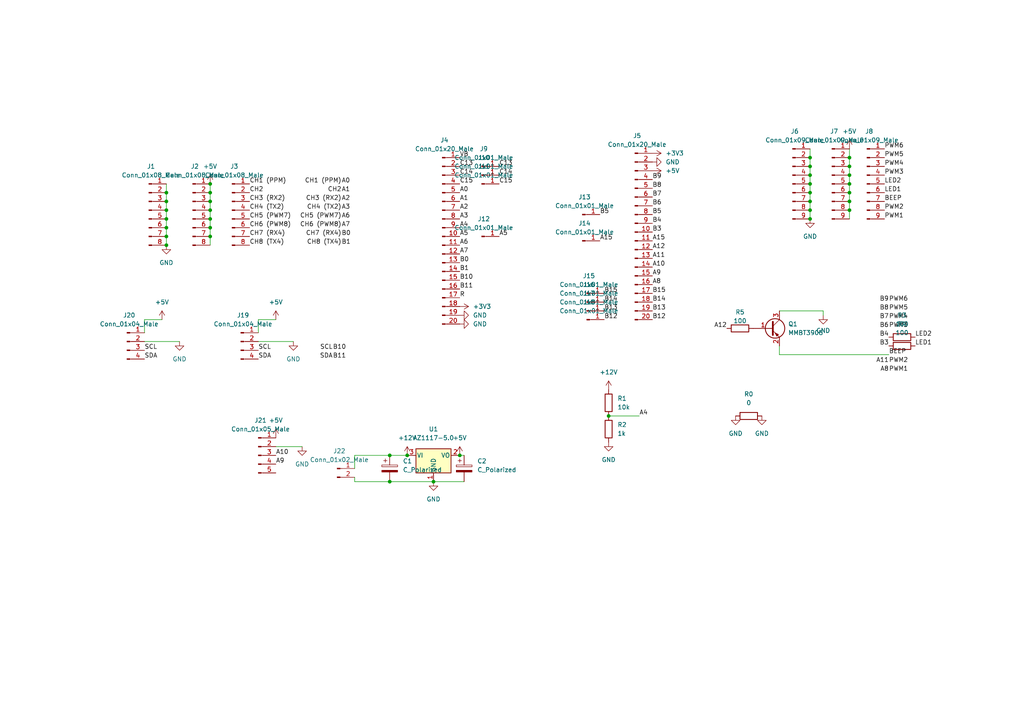
<source format=kicad_sch>
(kicad_sch (version 20211123) (generator eeschema)
  (paper "A4")
  (lib_symbols
    (symbol "Connector:Conn_01x01_Male" (pin_names (offset 1.016) hide)
      (property "Reference" "J" (at 0 2.54 0))
      (property "Value" "Conn_01x01_Male" (at 0 -2.54 0))
      (symbol "Conn_01x01_Male_1_1"
        (polyline (pts (xy 1.27 0) (xy 0.8636 0)) (stroke (width 0.1524)))
        (rectangle (start 0.8636 0.127) (end 0 -0.127) (stroke (width 0.1524)) (fill (type outline)))
        (pin passive line (at 5.08 0 180) (length 3.81) (name "Pin_1") (number "1"))
      )
    )
    (symbol "Connector:Conn_01x02_Male" (pin_names (offset 1.016) hide)
      (property "Reference" "J" (at 0 2.54 0))
      (property "Value" "Conn_01x02_Male" (at 0 -5.08 0))
      (symbol "Conn_01x02_Male_1_1"
        (polyline (pts (xy 1.27 -2.54) (xy 0.8636 -2.54)) (stroke (width 0.1524)))
        (polyline (pts (xy 1.27 0) (xy 0.8636 0)) (stroke (width 0.1524)))
        (rectangle (start 0.8636 -2.413) (end 0 -2.667) (stroke (width 0.1524)) (fill (type outline)))
        (rectangle (start 0.8636 0.127) (end 0 -0.127) (stroke (width 0.1524)) (fill (type outline)))
        (pin passive line (at 5.08 0 180) (length 3.81) (name "Pin_1") (number "1"))
        (pin passive line (at 5.08 -2.54 180) (length 3.81) (name "Pin_2") (number "2"))
      )
    )
    (symbol "Connector:Conn_01x04_Male" (pin_names (offset 1.016) hide)
      (property "Reference" "J" (at 0 5.08 0))
      (property "Value" "Conn_01x04_Male" (at 0 -7.62 0))
      (symbol "Conn_01x04_Male_1_1"
        (polyline (pts (xy 1.27 -5.08) (xy 0.8636 -5.08)) (stroke (width 0.1524)))
        (polyline (pts (xy 1.27 -2.54) (xy 0.8636 -2.54)) (stroke (width 0.1524)))
        (polyline (pts (xy 1.27 0) (xy 0.8636 0)) (stroke (width 0.1524)))
        (polyline (pts (xy 1.27 2.54) (xy 0.8636 2.54)) (stroke (width 0.1524)))
        (rectangle (start 0.8636 -4.953) (end 0 -5.207) (stroke (width 0.1524)) (fill (type outline)))
        (rectangle (start 0.8636 -2.413) (end 0 -2.667) (stroke (width 0.1524)) (fill (type outline)))
        (rectangle (start 0.8636 0.127) (end 0 -0.127) (stroke (width 0.1524)) (fill (type outline)))
        (rectangle (start 0.8636 2.667) (end 0 2.413) (stroke (width 0.1524)) (fill (type outline)))
        (pin passive line (at 5.08 2.54 180) (length 3.81) (name "Pin_1") (number "1"))
        (pin passive line (at 5.08 0 180) (length 3.81) (name "Pin_2") (number "2"))
        (pin passive line (at 5.08 -2.54 180) (length 3.81) (name "Pin_3") (number "3"))
        (pin passive line (at 5.08 -5.08 180) (length 3.81) (name "Pin_4") (number "4"))
      )
    )
    (symbol "Connector:Conn_01x05_Male" (pin_names (offset 1.016) hide)
      (property "Reference" "J" (at 0 7.62 0))
      (property "Value" "Conn_01x05_Male" (at 0 -7.62 0))
      (symbol "Conn_01x05_Male_1_1"
        (polyline (pts (xy 1.27 -5.08) (xy 0.8636 -5.08)) (stroke (width 0.1524)))
        (polyline (pts (xy 1.27 -2.54) (xy 0.8636 -2.54)) (stroke (width 0.1524)))
        (polyline (pts (xy 1.27 0) (xy 0.8636 0)) (stroke (width 0.1524)))
        (polyline (pts (xy 1.27 2.54) (xy 0.8636 2.54)) (stroke (width 0.1524)))
        (polyline (pts (xy 1.27 5.08) (xy 0.8636 5.08)) (stroke (width 0.1524)))
        (rectangle (start 0.8636 -4.953) (end 0 -5.207) (stroke (width 0.1524)) (fill (type outline)))
        (rectangle (start 0.8636 -2.413) (end 0 -2.667) (stroke (width 0.1524)) (fill (type outline)))
        (rectangle (start 0.8636 0.127) (end 0 -0.127) (stroke (width 0.1524)) (fill (type outline)))
        (rectangle (start 0.8636 2.667) (end 0 2.413) (stroke (width 0.1524)) (fill (type outline)))
        (rectangle (start 0.8636 5.207) (end 0 4.953) (stroke (width 0.1524)) (fill (type outline)))
        (pin passive line (at 5.08 5.08 180) (length 3.81) (name "Pin_1") (number "1"))
        (pin passive line (at 5.08 2.54 180) (length 3.81) (name "Pin_2") (number "2"))
        (pin passive line (at 5.08 0 180) (length 3.81) (name "Pin_3") (number "3"))
        (pin passive line (at 5.08 -2.54 180) (length 3.81) (name "Pin_4") (number "4"))
        (pin passive line (at 5.08 -5.08 180) (length 3.81) (name "Pin_5") (number "5"))
      )
    )
    (symbol "Connector:Conn_01x08_Male" (pin_names (offset 1.016) hide)
      (property "Reference" "J" (at 0 10.16 0))
      (property "Value" "Conn_01x08_Male" (at 0 -12.7 0))
      (symbol "Conn_01x08_Male_1_1"
        (polyline (pts (xy 1.27 -10.16) (xy 0.8636 -10.16)) (stroke (width 0.1524)))
        (polyline (pts (xy 1.27 -7.62) (xy 0.8636 -7.62)) (stroke (width 0.1524)))
        (polyline (pts (xy 1.27 -5.08) (xy 0.8636 -5.08)) (stroke (width 0.1524)))
        (polyline (pts (xy 1.27 -2.54) (xy 0.8636 -2.54)) (stroke (width 0.1524)))
        (polyline (pts (xy 1.27 0) (xy 0.8636 0)) (stroke (width 0.1524)))
        (polyline (pts (xy 1.27 2.54) (xy 0.8636 2.54)) (stroke (width 0.1524)))
        (polyline (pts (xy 1.27 5.08) (xy 0.8636 5.08)) (stroke (width 0.1524)))
        (polyline (pts (xy 1.27 7.62) (xy 0.8636 7.62)) (stroke (width 0.1524)))
        (rectangle (start 0.8636 -10.033) (end 0 -10.287) (stroke (width 0.1524)) (fill (type outline)))
        (rectangle (start 0.8636 -7.493) (end 0 -7.747) (stroke (width 0.1524)) (fill (type outline)))
        (rectangle (start 0.8636 -4.953) (end 0 -5.207) (stroke (width 0.1524)) (fill (type outline)))
        (rectangle (start 0.8636 -2.413) (end 0 -2.667) (stroke (width 0.1524)) (fill (type outline)))
        (rectangle (start 0.8636 0.127) (end 0 -0.127) (stroke (width 0.1524)) (fill (type outline)))
        (rectangle (start 0.8636 2.667) (end 0 2.413) (stroke (width 0.1524)) (fill (type outline)))
        (rectangle (start 0.8636 5.207) (end 0 4.953) (stroke (width 0.1524)) (fill (type outline)))
        (rectangle (start 0.8636 7.747) (end 0 7.493) (stroke (width 0.1524)) (fill (type outline)))
        (pin passive line (at 5.08 7.62 180) (length 3.81) (name "Pin_1") (number "1"))
        (pin passive line (at 5.08 5.08 180) (length 3.81) (name "Pin_2") (number "2"))
        (pin passive line (at 5.08 2.54 180) (length 3.81) (name "Pin_3") (number "3"))
        (pin passive line (at 5.08 0 180) (length 3.81) (name "Pin_4") (number "4"))
        (pin passive line (at 5.08 -2.54 180) (length 3.81) (name "Pin_5") (number "5"))
        (pin passive line (at 5.08 -5.08 180) (length 3.81) (name "Pin_6") (number "6"))
        (pin passive line (at 5.08 -7.62 180) (length 3.81) (name "Pin_7") (number "7"))
        (pin passive line (at 5.08 -10.16 180) (length 3.81) (name "Pin_8") (number "8"))
      )
    )
    (symbol "Connector:Conn_01x09_Male" (pin_names (offset 1.016) hide)
      (property "Reference" "J" (at 0 12.7 0))
      (property "Value" "Conn_01x09_Male" (at 0 -12.7 0))
      (symbol "Conn_01x09_Male_1_1"
        (polyline (pts (xy 1.27 -10.16) (xy 0.8636 -10.16)) (stroke (width 0.1524)))
        (polyline (pts (xy 1.27 -7.62) (xy 0.8636 -7.62)) (stroke (width 0.1524)))
        (polyline (pts (xy 1.27 -5.08) (xy 0.8636 -5.08)) (stroke (width 0.1524)))
        (polyline (pts (xy 1.27 -2.54) (xy 0.8636 -2.54)) (stroke (width 0.1524)))
        (polyline (pts (xy 1.27 0) (xy 0.8636 0)) (stroke (width 0.1524)))
        (polyline (pts (xy 1.27 2.54) (xy 0.8636 2.54)) (stroke (width 0.1524)))
        (polyline (pts (xy 1.27 5.08) (xy 0.8636 5.08)) (stroke (width 0.1524)))
        (polyline (pts (xy 1.27 7.62) (xy 0.8636 7.62)) (stroke (width 0.1524)))
        (polyline (pts (xy 1.27 10.16) (xy 0.8636 10.16)) (stroke (width 0.1524)))
        (rectangle (start 0.8636 -10.033) (end 0 -10.287) (stroke (width 0.1524)) (fill (type outline)))
        (rectangle (start 0.8636 -7.493) (end 0 -7.747) (stroke (width 0.1524)) (fill (type outline)))
        (rectangle (start 0.8636 -4.953) (end 0 -5.207) (stroke (width 0.1524)) (fill (type outline)))
        (rectangle (start 0.8636 -2.413) (end 0 -2.667) (stroke (width 0.1524)) (fill (type outline)))
        (rectangle (start 0.8636 0.127) (end 0 -0.127) (stroke (width 0.1524)) (fill (type outline)))
        (rectangle (start 0.8636 2.667) (end 0 2.413) (stroke (width 0.1524)) (fill (type outline)))
        (rectangle (start 0.8636 5.207) (end 0 4.953) (stroke (width 0.1524)) (fill (type outline)))
        (rectangle (start 0.8636 7.747) (end 0 7.493) (stroke (width 0.1524)) (fill (type outline)))
        (rectangle (start 0.8636 10.287) (end 0 10.033) (stroke (width 0.1524)) (fill (type outline)))
        (pin passive line (at 5.08 10.16 180) (length 3.81) (name "Pin_1") (number "1"))
        (pin passive line (at 5.08 7.62 180) (length 3.81) (name "Pin_2") (number "2"))
        (pin passive line (at 5.08 5.08 180) (length 3.81) (name "Pin_3") (number "3"))
        (pin passive line (at 5.08 2.54 180) (length 3.81) (name "Pin_4") (number "4"))
        (pin passive line (at 5.08 0 180) (length 3.81) (name "Pin_5") (number "5"))
        (pin passive line (at 5.08 -2.54 180) (length 3.81) (name "Pin_6") (number "6"))
        (pin passive line (at 5.08 -5.08 180) (length 3.81) (name "Pin_7") (number "7"))
        (pin passive line (at 5.08 -7.62 180) (length 3.81) (name "Pin_8") (number "8"))
        (pin passive line (at 5.08 -10.16 180) (length 3.81) (name "Pin_9") (number "9"))
      )
    )
    (symbol "Connector:Conn_01x20_Male" (pin_names (offset 1.016) hide)
      (property "Reference" "J" (at 0 25.4 0))
      (property "Value" "Conn_01x20_Male" (at 0 -27.94 0))
      (symbol "Conn_01x20_Male_1_1"
        (polyline (pts (xy 1.27 -25.4) (xy 0.8636 -25.4)) (stroke (width 0.1524)))
        (polyline (pts (xy 1.27 -22.86) (xy 0.8636 -22.86)) (stroke (width 0.1524)))
        (polyline (pts (xy 1.27 -20.32) (xy 0.8636 -20.32)) (stroke (width 0.1524)))
        (polyline (pts (xy 1.27 -17.78) (xy 0.8636 -17.78)) (stroke (width 0.1524)))
        (polyline (pts (xy 1.27 -15.24) (xy 0.8636 -15.24)) (stroke (width 0.1524)))
        (polyline (pts (xy 1.27 -12.7) (xy 0.8636 -12.7)) (stroke (width 0.1524)))
        (polyline (pts (xy 1.27 -10.16) (xy 0.8636 -10.16)) (stroke (width 0.1524)))
        (polyline (pts (xy 1.27 -7.62) (xy 0.8636 -7.62)) (stroke (width 0.1524)))
        (polyline (pts (xy 1.27 -5.08) (xy 0.8636 -5.08)) (stroke (width 0.1524)))
        (polyline (pts (xy 1.27 -2.54) (xy 0.8636 -2.54)) (stroke (width 0.1524)))
        (polyline (pts (xy 1.27 0) (xy 0.8636 0)) (stroke (width 0.1524)))
        (polyline (pts (xy 1.27 2.54) (xy 0.8636 2.54)) (stroke (width 0.1524)))
        (polyline (pts (xy 1.27 5.08) (xy 0.8636 5.08)) (stroke (width 0.1524)))
        (polyline (pts (xy 1.27 7.62) (xy 0.8636 7.62)) (stroke (width 0.1524)))
        (polyline (pts (xy 1.27 10.16) (xy 0.8636 10.16)) (stroke (width 0.1524)))
        (polyline (pts (xy 1.27 12.7) (xy 0.8636 12.7)) (stroke (width 0.1524)))
        (polyline (pts (xy 1.27 15.24) (xy 0.8636 15.24)) (stroke (width 0.1524)))
        (polyline (pts (xy 1.27 17.78) (xy 0.8636 17.78)) (stroke (width 0.1524)))
        (polyline (pts (xy 1.27 20.32) (xy 0.8636 20.32)) (stroke (width 0.1524)))
        (polyline (pts (xy 1.27 22.86) (xy 0.8636 22.86)) (stroke (width 0.1524)))
        (rectangle (start 0.8636 -25.273) (end 0 -25.527) (stroke (width 0.1524)) (fill (type outline)))
        (rectangle (start 0.8636 -22.733) (end 0 -22.987) (stroke (width 0.1524)) (fill (type outline)))
        (rectangle (start 0.8636 -20.193) (end 0 -20.447) (stroke (width 0.1524)) (fill (type outline)))
        (rectangle (start 0.8636 -17.653) (end 0 -17.907) (stroke (width 0.1524)) (fill (type outline)))
        (rectangle (start 0.8636 -15.113) (end 0 -15.367) (stroke (width 0.1524)) (fill (type outline)))
        (rectangle (start 0.8636 -12.573) (end 0 -12.827) (stroke (width 0.1524)) (fill (type outline)))
        (rectangle (start 0.8636 -10.033) (end 0 -10.287) (stroke (width 0.1524)) (fill (type outline)))
        (rectangle (start 0.8636 -7.493) (end 0 -7.747) (stroke (width 0.1524)) (fill (type outline)))
        (rectangle (start 0.8636 -4.953) (end 0 -5.207) (stroke (width 0.1524)) (fill (type outline)))
        (rectangle (start 0.8636 -2.413) (end 0 -2.667) (stroke (width 0.1524)) (fill (type outline)))
        (rectangle (start 0.8636 0.127) (end 0 -0.127) (stroke (width 0.1524)) (fill (type outline)))
        (rectangle (start 0.8636 2.667) (end 0 2.413) (stroke (width 0.1524)) (fill (type outline)))
        (rectangle (start 0.8636 5.207) (end 0 4.953) (stroke (width 0.1524)) (fill (type outline)))
        (rectangle (start 0.8636 7.747) (end 0 7.493) (stroke (width 0.1524)) (fill (type outline)))
        (rectangle (start 0.8636 10.287) (end 0 10.033) (stroke (width 0.1524)) (fill (type outline)))
        (rectangle (start 0.8636 12.827) (end 0 12.573) (stroke (width 0.1524)) (fill (type outline)))
        (rectangle (start 0.8636 15.367) (end 0 15.113) (stroke (width 0.1524)) (fill (type outline)))
        (rectangle (start 0.8636 17.907) (end 0 17.653) (stroke (width 0.1524)) (fill (type outline)))
        (rectangle (start 0.8636 20.447) (end 0 20.193) (stroke (width 0.1524)) (fill (type outline)))
        (rectangle (start 0.8636 22.987) (end 0 22.733) (stroke (width 0.1524)) (fill (type outline)))
        (pin passive line (at 5.08 22.86 180) (length 3.81) (name "Pin_1") (number "1"))
        (pin passive line (at 5.08 0 180) (length 3.81) (name "Pin_10") (number "10"))
        (pin passive line (at 5.08 -2.54 180) (length 3.81) (name "Pin_11") (number "11"))
        (pin passive line (at 5.08 -5.08 180) (length 3.81) (name "Pin_12") (number "12"))
        (pin passive line (at 5.08 -7.62 180) (length 3.81) (name "Pin_13") (number "13"))
        (pin passive line (at 5.08 -10.16 180) (length 3.81) (name "Pin_14") (number "14"))
        (pin passive line (at 5.08 -12.7 180) (length 3.81) (name "Pin_15") (number "15"))
        (pin passive line (at 5.08 -15.24 180) (length 3.81) (name "Pin_16") (number "16"))
        (pin passive line (at 5.08 -17.78 180) (length 3.81) (name "Pin_17") (number "17"))
        (pin passive line (at 5.08 -20.32 180) (length 3.81) (name "Pin_18") (number "18"))
        (pin passive line (at 5.08 -22.86 180) (length 3.81) (name "Pin_19") (number "19"))
        (pin passive line (at 5.08 20.32 180) (length 3.81) (name "Pin_2") (number "2"))
        (pin passive line (at 5.08 -25.4 180) (length 3.81) (name "Pin_20") (number "20"))
        (pin passive line (at 5.08 17.78 180) (length 3.81) (name "Pin_3") (number "3"))
        (pin passive line (at 5.08 15.24 180) (length 3.81) (name "Pin_4") (number "4"))
        (pin passive line (at 5.08 12.7 180) (length 3.81) (name "Pin_5") (number "5"))
        (pin passive line (at 5.08 10.16 180) (length 3.81) (name "Pin_6") (number "6"))
        (pin passive line (at 5.08 7.62 180) (length 3.81) (name "Pin_7") (number "7"))
        (pin passive line (at 5.08 5.08 180) (length 3.81) (name "Pin_8") (number "8"))
        (pin passive line (at 5.08 2.54 180) (length 3.81) (name "Pin_9") (number "9"))
      )
    )
    (symbol "Device:C_Polarized" (pin_numbers hide) (pin_names (offset 0.254))
      (property "Reference" "C" (at 0.635 2.54 0))
      (property "Value" "C_Polarized" (at 0.635 -2.54 0))
      (symbol "C_Polarized_0_1"
        (rectangle (start -2.286 0.508) (end 2.286 1.016))
        (polyline (pts (xy -1.778 2.286) (xy -0.762 2.286)))
        (polyline (pts (xy -1.27 2.794) (xy -1.27 1.778)))
        (rectangle (start 2.286 -0.508) (end -2.286 -1.016) (fill (type outline)))
      )
      (symbol "C_Polarized_1_1"
        (pin passive line (at 0 3.81 270) (length 2.794) (name "~") (number "1"))
        (pin passive line (at 0 -3.81 90) (length 2.794) (name "~") (number "2"))
      )
    )
    (symbol "Device:R" (pin_numbers hide) (pin_names (offset 0))
      (property "Reference" "R" (at 2.032 0 90))
      (property "Value" "R" (at 0 0 90))
      (symbol "R_0_1"
        (rectangle (start -1.016 -2.54) (end 1.016 2.54) (stroke (width 0.254)))
      )
      (symbol "R_1_1"
        (pin passive line (at 0 3.81 270) (length 1.27) (name "~") (number "1"))
        (pin passive line (at 0 -3.81 90) (length 1.27) (name "~") (number "2"))
      )
    )
    (symbol "Regulator_Linear:AZ1117-5.0" (pin_names (offset 0.254))
      (property "Reference" "U" (at -3.81 3.175 0))
      (property "Value" "AZ1117-5.0" (at 0 3.175 0))
      (symbol "AZ1117-5.0_0_1"
        (rectangle (start -5.08 1.905) (end 5.08 -5.08) (stroke (width 0.254)) (fill (type background)))
      )
      (symbol "AZ1117-5.0_1_1"
        (pin power_in line (at 0 -7.62 90) (length 2.54) (name "GND") (number "1"))
        (pin power_out line (at 7.62 0 180) (length 2.54) (name "VO") (number "2"))
        (pin power_in line (at -7.62 0 0) (length 2.54) (name "VI") (number "3"))
      )
    )
    (symbol "Transistor_BJT:MMBT3906" (pin_names (offset 0) hide)
      (property "Reference" "Q" (at 5.08 1.905 0))
      (property "Value" "MMBT3906" (at 5.08 0 0))
      (symbol "MMBT3906_0_1"
        (polyline (pts (xy 0.635 0.635) (xy 2.54 2.54)))
        (polyline (pts (xy 0.635 -0.635) (xy 2.54 -2.54) (xy 2.54 -2.54)))
        (polyline (pts (xy 0.635 1.905) (xy 0.635 -1.905) (xy 0.635 -1.905)) (stroke (width 0.508)))
        (polyline (pts (xy 2.286 -1.778) (xy 1.778 -2.286) (xy 1.27 -1.27) (xy 2.286 -1.778) (xy 2.286 -1.778)) (fill (type outline)))
        (circle (center 1.27 0) (radius 2.8194) (stroke (width 0.254)))
      )
      (symbol "MMBT3906_1_1"
        (pin input line (at -5.08 0 0) (length 5.715) (name "B") (number "1"))
        (pin passive line (at 2.54 -5.08 90) (length 2.54) (name "E") (number "2"))
        (pin passive line (at 2.54 5.08 270) (length 2.54) (name "C") (number "3"))
      )
    )
    (symbol "power:+12V" (power) (pin_names (offset 0))
      (property "Value" "+12V" (at 0 3.556 0))
      (symbol "+12V_0_1"
        (polyline (pts (xy -0.762 1.27) (xy 0 2.54)))
        (polyline (pts (xy 0 0) (xy 0 2.54)))
        (polyline (pts (xy 0 2.54) (xy 0.762 1.27)))
      )
      (symbol "+12V_1_1"
        (pin power_in line (at 0 0 90) (length 0) hide (name "+12V") (number "1"))
      )
    )
    (symbol "power:+3.3V" (power) (pin_names (offset 0))
      (property "Value" "+3.3V" (at 0 3.556 0))
      (symbol "+3.3V_0_1"
        (polyline (pts (xy -0.762 1.27) (xy 0 2.54)))
        (polyline (pts (xy 0 0) (xy 0 2.54)))
        (polyline (pts (xy 0 2.54) (xy 0.762 1.27)))
      )
      (symbol "+3.3V_1_1"
        (pin power_in line (at 0 0 90) (length 0) hide (name "+3V3") (number "1"))
      )
    )
    (symbol "power:+5V" (power) (pin_names (offset 0))
      (property "Value" "+5V" (at 0 3.556 0))
      (symbol "+5V_0_1"
        (polyline (pts (xy -0.762 1.27) (xy 0 2.54)))
        (polyline (pts (xy 0 0) (xy 0 2.54)))
        (polyline (pts (xy 0 2.54) (xy 0.762 1.27)))
      )
      (symbol "+5V_1_1"
        (pin power_in line (at 0 0 90) (length 0) hide (name "+5V") (number "1"))
      )
    )
    (symbol "power:GND" (power) (pin_names (offset 0))
      (property "Value" "GND" (at 0 -3.81 0))
      (symbol "GND_0_1"
        (polyline (pts (xy 0 0) (xy 0 -1.27) (xy 1.27 -1.27) (xy 0 -2.54) (xy -1.27 -1.27) (xy 0 -1.27)))
      )
      (symbol "GND_1_1"
        (pin power_in line (at 0 0 270) (length 0) hide (name "GND") (number "1"))
      )
    )
  )
  (junction (at 60.96 68.58))
  (junction (at 60.96 58.42))
  (junction (at 246.38 48.26))
  (junction (at 60.96 66.04))
  (junction (at 234.95 60.96))
  (junction (at 60.96 60.96))
  (junction (at 125.73 139.7))
  (junction (at 246.38 50.8))
  (junction (at 234.95 53.34))
  (junction (at 176.53 120.65))
  (junction (at 133.35 132.08))
  (junction (at 246.38 45.72))
  (junction (at 234.95 55.88))
  (junction (at 48.26 55.88))
  (junction (at 118.11 132.08))
  (junction (at 48.26 60.96))
  (junction (at 246.38 55.88))
  (junction (at 48.26 68.58))
  (junction (at 234.95 48.26))
  (junction (at 113.03 132.08))
  (junction (at 48.26 58.42))
  (junction (at 60.96 53.34))
  (junction (at 246.38 58.42))
  (junction (at 234.95 50.8))
  (junction (at 234.95 58.42))
  (junction (at 234.95 45.72))
  (junction (at 48.26 71.12))
  (junction (at 48.26 63.5))
  (junction (at 246.38 60.96))
  (junction (at 60.96 55.88))
  (junction (at 246.38 53.34))
  (junction (at 60.96 63.5))
  (junction (at 113.03 139.7))
  (junction (at 48.26 66.04))
  (junction (at 234.95 63.5))
  (wire (pts (xy 234.95 53.34) (xy 234.95 55.88)))
  (wire (pts (xy 48.26 58.42) (xy 48.26 60.96)))
  (wire (pts (xy 102.87 135.89) (xy 102.87 132.08)))
  (wire (pts (xy 246.38 50.8) (xy 246.38 53.34)))
  (wire (pts (xy 226.06 102.87) (xy 226.06 100.33)))
  (wire (pts (xy 48.26 53.34) (xy 48.26 55.88)))
  (wire (pts (xy 125.73 139.7) (xy 134.62 139.7)))
  (wire (pts (xy 185.42 120.65) (xy 176.53 120.65)))
  (wire (pts (xy 60.96 63.5) (xy 60.96 66.04)))
  (wire (pts (xy 234.95 48.26) (xy 234.95 50.8)))
  (wire (pts (xy 60.96 55.88) (xy 60.96 58.42)))
  (wire (pts (xy 234.95 43.18) (xy 234.95 45.72)))
  (wire (pts (xy 133.35 132.08) (xy 134.62 132.08)))
  (wire (pts (xy 226.06 102.87) (xy 257.81 102.87)))
  (wire (pts (xy 48.26 63.5) (xy 48.26 66.04)))
  (wire (pts (xy 234.95 50.8) (xy 234.95 53.34)))
  (wire (pts (xy 60.96 53.34) (xy 60.96 55.88)))
  (wire (pts (xy 41.91 96.52) (xy 41.91 92.71)))
  (wire (pts (xy 234.95 45.72) (xy 234.95 48.26)))
  (wire (pts (xy 102.87 138.43) (xy 102.87 139.7)))
  (wire (pts (xy 234.95 55.88) (xy 234.95 58.42)))
  (wire (pts (xy 60.96 58.42) (xy 60.96 60.96)))
  (wire (pts (xy 48.26 68.58) (xy 48.26 71.12)))
  (wire (pts (xy 74.93 96.52) (xy 74.93 92.71)))
  (wire (pts (xy 238.76 90.17) (xy 238.76 91.44)))
  (wire (pts (xy 246.38 43.18) (xy 246.38 45.72)))
  (wire (pts (xy 113.03 139.7) (xy 125.73 139.7)))
  (wire (pts (xy 246.38 55.88) (xy 246.38 58.42)))
  (wire (pts (xy 60.96 66.04) (xy 60.96 68.58)))
  (wire (pts (xy 48.26 55.88) (xy 48.26 58.42)))
  (wire (pts (xy 246.38 60.96) (xy 246.38 63.5)))
  (wire (pts (xy 246.38 48.26) (xy 246.38 50.8)))
  (wire (pts (xy 102.87 132.08) (xy 113.03 132.08)))
  (wire (pts (xy 48.26 60.96) (xy 48.26 63.5)))
  (wire (pts (xy 48.26 66.04) (xy 48.26 68.58)))
  (wire (pts (xy 41.91 99.06) (xy 52.07 99.06)))
  (wire (pts (xy 246.38 53.34) (xy 246.38 55.88)))
  (wire (pts (xy 41.91 92.71) (xy 46.99 92.71)))
  (wire (pts (xy 74.93 92.71) (xy 80.01 92.71)))
  (wire (pts (xy 80.01 129.54) (xy 87.63 129.54)))
  (wire (pts (xy 246.38 45.72) (xy 246.38 48.26)))
  (wire (pts (xy 74.93 99.06) (xy 85.09 99.06)))
  (wire (pts (xy 113.03 132.08) (xy 118.11 132.08)))
  (wire (pts (xy 226.06 90.17) (xy 238.76 90.17)))
  (wire (pts (xy 246.38 58.42) (xy 246.38 60.96)))
  (wire (pts (xy 234.95 58.42) (xy 234.95 60.96)))
  (wire (pts (xy 234.95 60.96) (xy 234.95 63.5)))
  (wire (pts (xy 102.87 139.7) (xy 113.03 139.7)))
  (wire (pts (xy 60.96 60.96) (xy 60.96 63.5)))
  (wire (pts (xy 60.96 68.58) (xy 60.96 71.12)))
  (label "A10" (at 189.23 77.47 0))
  (label "VB" (at 133.35 45.72 0))
  (label "A5" (at 133.35 68.58 0))
  (label "SCL" (at 74.93 101.6 0))
  (label "R" (at 133.35 86.36 0))
  (label "A11" (at 257.81 105.41 180))
  (label "B6" (at 257.81 95.25 180))
  (label "B11" (at 133.35 83.82 0))
  (label "C14" (at 133.35 50.8 0))
  (label "CH7 (RX4)" (at 99.06 68.58 180))
  (label "A8" (at 257.81 107.95 180))
  (label "BEEP" (at 256.54 58.42 0))
  (label "LED1" (at 256.54 55.88 0))
  (label "B14" (at 175.26 87.63 0))
  (label "A8" (at 189.23 82.55 0))
  (label "A11" (at 189.23 74.93 0))
  (label "SDA" (at 74.93 104.14 0))
  (label "PWM6" (at 257.81 87.63 0))
  (label "C15" (at 133.35 53.34 0))
  (label "B6" (at 189.23 59.69 0))
  (label "PWM4" (at 256.54 48.26 0))
  (label "A7" (at 133.35 73.66 0))
  (label "A2" (at 133.35 60.96 0))
  (label "PWM1" (at 256.54 63.5 0))
  (label "A1" (at 133.35 58.42 0))
  (label "A4" (at 133.35 66.04 0))
  (label "B1" (at 99.06 71.12 0))
  (label "B5" (at 189.23 62.23 0))
  (label "B9" (at 257.81 87.63 180))
  (label "A2" (at 99.06 58.42 0))
  (label "CH4 (TX2)" (at 99.06 60.96 180))
  (label "CH2" (at 72.39 55.88 0))
  (label "B9" (at 189.23 52.07 0))
  (label "B5" (at 173.99 62.23 0))
  (label "A3" (at 99.06 60.96 0))
  (label "B4" (at 257.81 97.79 180))
  (label "A15" (at 173.99 69.85 0))
  (label "CH3 (RX2)" (at 99.06 58.42 180))
  (label "CH1 (PPM)" (at 72.39 53.34 0))
  (label "SDA" (at 96.52 104.14 180))
  (label "B14" (at 189.23 87.63 0))
  (label "B3" (at 189.23 67.31 0))
  (label "A7" (at 99.06 66.04 0))
  (label "CH8 (TX4)" (at 99.06 71.12 180))
  (label "CH7 (RX4)" (at 72.39 68.58 0))
  (label "B11" (at 96.52 104.14 0))
  (label "B8" (at 189.23 54.61 0))
  (label "CH8 (TX4)" (at 72.39 71.12 0))
  (label "B12" (at 189.23 92.71 0))
  (label "B0" (at 99.06 68.58 0))
  (label "B10" (at 133.35 81.28 0))
  (label "C13" (at 144.78 48.26 0))
  (label "PWM5" (at 256.54 45.72 0))
  (label "A6" (at 99.06 63.5 0))
  (label "C14" (at 144.78 50.8 0))
  (label "B10" (at 96.52 101.6 0))
  (label "B12" (at 175.26 92.71 0))
  (label "SCL" (at 41.91 101.6 0))
  (label "PWM5" (at 257.81 90.17 0))
  (label "A12" (at 189.23 72.39 0))
  (label "PWM1" (at 257.81 107.95 0))
  (label "C13" (at 133.35 48.26 0))
  (label "PWM2" (at 257.81 105.41 0))
  (label "A5" (at 144.78 68.58 0))
  (label "B4" (at 189.23 64.77 0))
  (label "B13" (at 189.23 90.17 0))
  (label "B3" (at 257.81 100.33 180))
  (label "B8" (at 257.81 90.17 180))
  (label "CH6 (PWM8)" (at 72.39 66.04 0))
  (label "B7" (at 189.23 57.15 0))
  (label "CH5 (PWM7)" (at 72.39 63.5 0))
  (label "PWM4" (at 257.81 92.71 0))
  (label "A3" (at 133.35 63.5 0))
  (label "PWM2" (at 256.54 60.96 0))
  (label "CH4 (TX2)" (at 72.39 60.96 0))
  (label "CH5 (PWM7)" (at 99.06 63.5 180))
  (label "LED2" (at 256.54 53.34 0))
  (label "PWM3" (at 256.54 50.8 0))
  (label "A1" (at 99.06 55.88 0))
  (label "PWM6" (at 256.54 43.18 0))
  (label "A4" (at 185.42 120.65 0))
  (label "CH3 (RX2)" (at 72.39 58.42 0))
  (label "B7" (at 257.81 92.71 180))
  (label "B1" (at 133.35 78.74 0))
  (label "BEEP" (at 257.81 102.87 0))
  (label "A10" (at 80.01 132.08 0))
  (label "LED2" (at 265.43 97.79 0))
  (label "SDA" (at 41.91 104.14 0))
  (label "A15" (at 189.23 69.85 0))
  (label "A6" (at 133.35 71.12 0))
  (label "SCL" (at 96.52 101.6 180))
  (label "CH2" (at 99.06 55.88 180))
  (label "A9" (at 80.01 134.62 0))
  (label "C15" (at 144.78 53.34 0))
  (label "A9" (at 189.23 80.01 0))
  (label "B13" (at 175.26 90.17 0))
  (label "CH1 (PPM)" (at 99.06 53.34 180))
  (label "A0" (at 133.35 55.88 0))
  (label "PWM3" (at 257.81 95.25 0))
  (label "CH6 (PWM8)" (at 99.06 66.04 180))
  (label "A0" (at 99.06 53.34 0))
  (label "B15" (at 175.26 85.09 0))
  (label "A12" (at 210.82 95.25 180))
  (label "LED1" (at 265.43 100.33 0))
  (label "B15" (at 189.23 85.09 0))
  (label "B0" (at 133.35 76.2 0))
  (symbol (lib_id "power:GND") (at 238.76 91.44 0) (unit 1)
    (property "Reference" "#PWR0105" (effects hide))
    (property "Value" "GND" (at 238.76 95.8834 0))
  )
  (symbol (lib_id "Connector:Conn_01x09_Male") (at 229.87 53.34 0) (unit 1)
    (property "Reference" "J6" (at 230.505 38.1 0))
    (property "Value" "Conn_01x09_Male" (at 230.505 40.64 0))
    (property "Footprint" "Connector_PinHeader_2.54mm:PinHeader_1x09_P2.54mm_Vertical" (effects hide))
  )
  (symbol (lib_id "Connector:Conn_01x01_Male") (at 168.91 62.23 0) (unit 1)
    (property "Reference" "J13" (at 169.545 57.15 0))
    (property "Value" "Conn_01x01_Male" (at 169.545 59.69 0))
    (property "Footprint" "Connector_PinHeader_2.54mm:PinHeader_1x01_P2.54mm_Vertical" (effects hide))
  )
  (symbol (lib_id "power:GND") (at 133.35 91.44 90) (unit 1)
    (property "Reference" "#PWR04" (effects hide))
    (property "Value" "GND" (at 137.16 91.4399 90) (effects (justify right)))
  )
  (symbol (lib_id "Device:R") (at 176.53 116.84 0) (unit 1)
    (property "Reference" "R1" (at 179.07 115.5699 0) (effects (justify left)))
    (property "Value" "10k" (at 179.07 118.1099 0) (effects (justify left)))
    (property "Footprint" "Resistor_THT:R_Axial_DIN0207_L6.3mm_D2.5mm_P7.62mm_Horizontal" (effects hide))
  )
  (symbol (lib_id "Connector:Conn_01x08_Male") (at 55.88 60.96 0) (unit 1)
    (property "Reference" "J2" (at 56.515 48.26 0))
    (property "Value" "Conn_01x08_Male" (at 56.515 50.8 0))
    (property "Footprint" "Connector_PinHeader_2.54mm:PinHeader_1x08_P2.54mm_Vertical" (effects hide))
  )
  (symbol (lib_id "power:+5V") (at 133.35 132.08 0) (unit 1)
    (property "Reference" "#PWR015" (effects hide))
    (property "Value" "+5V" (at 133.35 127 0))
  )
  (symbol (lib_id "Connector:Conn_01x01_Male") (at 170.18 92.71 0) (unit 1)
    (property "Reference" "J18" (at 170.815 87.63 0))
    (property "Value" "Conn_01x01_Male" (at 170.815 90.17 0))
    (property "Footprint" "Connector_PinHeader_2.54mm:PinHeader_1x01_P2.54mm_Vertical" (effects hide))
  )
  (symbol (lib_id "Transistor_BJT:MMBT3906") (at 223.52 95.25 0) (unit 1)
    (property "Reference" "Q1" (at 228.6 93.9799 0) (effects (justify left)))
    (property "Value" "MMBT3906" (at 228.6 96.5199 0) (effects (justify left)))
    (property "Footprint" "Package_TO_SOT_SMD:SOT-23" (effects hide))
    (property "Datasheet" "https://www.onsemi.com/pub/Collateral/2N3906-D.PDF" (effects hide))
  )
  (symbol (lib_id "power:GND") (at 48.26 71.12 0) (unit 1)
    (property "Reference" "#PWR01" (effects hide))
    (property "Value" "GND" (at 48.26 76.2 0))
  )
  (symbol (lib_id "Connector:Conn_01x08_Male") (at 67.31 60.96 0) (unit 1)
    (property "Reference" "J3" (at 67.945 48.26 0))
    (property "Value" "Conn_01x08_Male" (at 67.945 50.8 0))
    (property "Footprint" "Connector_PinHeader_2.54mm:PinHeader_1x08_P2.54mm_Vertical" (effects hide))
  )
  (symbol (lib_id "power:+5V") (at 189.23 49.53 270) (unit 1)
    (property "Reference" "#PWR08" (effects hide))
    (property "Value" "+5V" (at 193.04 49.5299 90) (effects (justify left)))
  )
  (symbol (lib_id "Connector:Conn_01x04_Male") (at 36.83 99.06 0) (unit 1)
    (property "Reference" "J20" (at 37.465 91.44 0))
    (property "Value" "Conn_01x04_Male" (at 37.465 93.98 0))
    (property "Footprint" "Connector_PinHeader_2.54mm:PinHeader_1x04_P2.54mm_Vertical" (effects hide))
  )
  (symbol (lib_id "Connector:Conn_01x09_Male") (at 241.3 53.34 0) (unit 1)
    (property "Reference" "J7" (at 241.935 38.1 0))
    (property "Value" "Conn_01x09_Male" (at 241.935 40.64 0))
    (property "Footprint" "Connector_PinHeader_2.54mm:PinHeader_1x09_P2.54mm_Vertical" (effects hide))
  )
  (symbol (lib_id "power:GND") (at 176.53 128.27 0) (unit 1)
    (property "Reference" "#PWR019" (effects hide))
    (property "Value" "GND" (at 176.53 133.35 0))
  )
  (symbol (lib_id "Device:C_Polarized") (at 134.62 135.89 0) (unit 1)
    (property "Reference" "C2" (at 138.43 133.7309 0) (effects (justify left)))
    (property "Value" "C_Polarized" (at 138.43 136.2709 0) (effects (justify left)))
    (property "Footprint" "Capacitor_Tantalum_SMD:CP_EIA-6032-15_Kemet-U" (effects hide))
  )
  (symbol (lib_id "power:GND") (at 87.63 129.54 0) (unit 1)
    (property "Reference" "#PWR014" (effects hide))
    (property "Value" "GND" (at 87.63 134.62 0))
  )
  (symbol (lib_id "power:+12V") (at 118.11 132.08 0) (unit 1)
    (property "Reference" "#PWR011" (effects hide))
    (property "Value" "+12V" (at 118.11 127 0))
  )
  (symbol (lib_id "Device:R") (at 217.17 120.65 90) (unit 1)
    (property "Reference" "R0" (at 217.17 114.3 90))
    (property "Value" "0" (at 217.17 116.84 90))
    (property "Footprint" "Resistor_SMD:R_1206_3216Metric" (effects hide))
  )
  (symbol (lib_id "Connector:Conn_01x01_Male") (at 168.91 69.85 0) (unit 1)
    (property "Reference" "J14" (at 169.545 64.77 0))
    (property "Value" "Conn_01x01_Male" (at 169.545 67.31 0))
    (property "Footprint" "Connector_PinHeader_2.54mm:PinHeader_1x01_P2.54mm_Vertical" (effects hide))
  )
  (symbol (lib_id "Device:R") (at 214.63 95.25 90) (unit 1)
    (property "Reference" "R5" (at 214.63 90.5342 90))
    (property "Value" "100" (at 214.63 93.0711 90))
    (property "Footprint" "Resistor_SMD:R_0603_1608Metric" (effects hide))
  )
  (symbol (lib_id "power:+5V") (at 46.99 92.71 0) (unit 1)
    (property "Reference" "#PWR0101" (effects hide))
    (property "Value" "+5V" (at 46.99 87.63 0))
  )
  (symbol (lib_id "power:+3.3V") (at 133.35 88.9 270) (unit 1)
    (property "Reference" "#PWR03" (effects hide))
    (property "Value" "+3.3V" (at 137.16 88.8999 90) (effects (justify left)))
  )
  (symbol (lib_id "Device:C_Polarized") (at 113.03 135.89 0) (unit 1)
    (property "Reference" "C1" (at 116.84 133.7309 0) (effects (justify left)))
    (property "Value" "C_Polarized" (at 116.84 136.2709 0) (effects (justify left)))
    (property "Footprint" "Capacitor_Tantalum_SMD:CP_EIA-6032-15_Kemet-U" (effects hide))
  )
  (symbol (lib_id "power:GND") (at 85.09 99.06 0) (unit 1)
    (property "Reference" "#PWR0104" (effects hide))
    (property "Value" "GND" (at 85.09 104.14 0))
  )
  (symbol (lib_id "Connector:Conn_01x05_Male") (at 74.93 132.08 0) (unit 1)
    (property "Reference" "J21" (at 75.565 121.92 0))
    (property "Value" "Conn_01x05_Male" (at 75.565 124.46 0))
    (property "Footprint" "Connector_PinHeader_2.54mm:PinHeader_1x05_P2.54mm_Vertical" (effects hide))
  )
  (symbol (lib_id "power:+5V") (at 80.01 92.71 0) (unit 1)
    (property "Reference" "#PWR0103" (effects hide))
    (property "Value" "+5V" (at 80.01 87.63 0))
  )
  (symbol (lib_id "power:GND") (at 213.36 120.65 0) (unit 1)
    (property "Reference" "#PWR016" (effects hide))
    (property "Value" "GND" (at 213.36 125.73 0))
  )
  (symbol (lib_id "power:GND") (at 234.95 63.5 0) (unit 1)
    (property "Reference" "#PWR09" (effects hide))
    (property "Value" "GND" (at 234.95 68.58 0))
  )
  (symbol (lib_id "power:GND") (at 220.98 120.65 0) (unit 1)
    (property "Reference" "#PWR017" (effects hide))
    (property "Value" "GND" (at 220.98 125.73 0))
  )
  (symbol (lib_id "power:GND") (at 125.73 139.7 0) (unit 1)
    (property "Reference" "#PWR012" (effects hide))
    (property "Value" "GND" (at 125.73 144.78 0))
  )
  (symbol (lib_id "Device:R") (at 261.62 100.33 90) (unit 1)
    (property "Reference" "R4" (at 261.62 93.98 90))
    (property "Value" "100" (at 261.62 96.52 90))
    (property "Footprint" "Resistor_SMD:R_0603_1608Metric" (effects hide))
  )
  (symbol (lib_id "power:GND") (at 52.07 99.06 0) (unit 1)
    (property "Reference" "#PWR0102" (effects hide))
    (property "Value" "GND" (at 52.07 104.14 0))
  )
  (symbol (lib_id "Connector:Conn_01x01_Male") (at 170.18 90.17 0) (unit 1)
    (property "Reference" "J17" (at 170.815 85.09 0))
    (property "Value" "Conn_01x01_Male" (at 170.815 87.63 0))
    (property "Footprint" "Connector_PinHeader_2.54mm:PinHeader_1x01_P2.54mm_Vertical" (effects hide))
  )
  (symbol (lib_id "Connector:Conn_01x20_Male") (at 184.15 67.31 0) (unit 1)
    (property "Reference" "J5" (at 184.785 39.37 0))
    (property "Value" "Conn_01x20_Male" (at 184.785 41.91 0))
    (property "Footprint" "Connector_PinHeader_2.54mm:PinHeader_1x20_P2.54mm_Vertical" (effects hide))
  )
  (symbol (lib_id "power:GND") (at 189.23 46.99 90) (unit 1)
    (property "Reference" "#PWR07" (effects hide))
    (property "Value" "GND" (at 193.04 46.9899 90) (effects (justify right)))
  )
  (symbol (lib_id "Device:R") (at 261.62 97.79 90) (unit 1)
    (property "Reference" "R3" (at 261.62 91.44 90))
    (property "Value" "100" (at 261.62 93.98 90))
    (property "Footprint" "Resistor_SMD:R_0603_1608Metric" (effects hide))
  )
  (symbol (lib_id "power:+5V") (at 60.96 53.34 0) (unit 1)
    (property "Reference" "#PWR02" (effects hide))
    (property "Value" "+5V" (at 60.96 48.26 0))
  )
  (symbol (lib_id "power:+5V") (at 80.01 127 0) (unit 1)
    (property "Reference" "#PWR013" (effects hide))
    (property "Value" "+5V" (at 80.01 121.92 0))
  )
  (symbol (lib_id "power:+12V") (at 176.53 113.03 0) (unit 1)
    (property "Reference" "#PWR018" (effects hide))
    (property "Value" "+12V" (at 176.53 107.95 0))
  )
  (symbol (lib_id "Connector:Conn_01x02_Male") (at 97.79 135.89 0) (unit 1)
    (property "Reference" "J22" (at 98.425 130.81 0))
    (property "Value" "Conn_01x02_Male" (at 98.425 133.35 0))
    (property "Footprint" "Connector_PinHeader_2.54mm:PinHeader_1x02_P2.54mm_Vertical" (effects hide))
  )
  (symbol (lib_id "Connector:Conn_01x08_Male") (at 43.18 60.96 0) (unit 1)
    (property "Reference" "J1" (at 43.815 48.26 0))
    (property "Value" "Conn_01x08_Male" (at 43.815 50.8 0))
    (property "Footprint" "Connector_PinHeader_2.54mm:PinHeader_1x08_P2.54mm_Vertical" (effects hide))
  )
  (symbol (lib_id "power:+5V") (at 246.38 43.18 0) (unit 1)
    (property "Reference" "#PWR010" (effects hide))
    (property "Value" "+5V" (at 246.38 38.1 0))
  )
  (symbol (lib_id "Connector:Conn_01x01_Male") (at 139.7 48.26 0) (unit 1)
    (property "Reference" "J9" (at 140.335 43.18 0))
    (property "Value" "Conn_01x01_Male" (at 140.335 45.72 0))
    (property "Footprint" "Connector_PinHeader_2.54mm:PinHeader_1x01_P2.54mm_Vertical" (effects hide))
  )
  (symbol (lib_id "Connector:Conn_01x01_Male") (at 139.7 53.34 0) (unit 1)
    (property "Reference" "J11" (at 140.335 48.26 0))
    (property "Value" "Conn_01x01_Male" (at 140.335 50.8 0))
    (property "Footprint" "Connector_PinHeader_2.54mm:PinHeader_1x01_P2.54mm_Vertical" (effects hide))
  )
  (symbol (lib_id "power:GND") (at 133.35 93.98 90) (unit 1)
    (property "Reference" "#PWR05" (effects hide))
    (property "Value" "GND" (at 137.16 93.9799 90) (effects (justify right)))
  )
  (symbol (lib_id "Device:R") (at 176.53 124.46 0) (unit 1)
    (property "Reference" "R2" (at 179.07 123.1899 0) (effects (justify left)))
    (property "Value" "1k" (at 179.07 125.7299 0) (effects (justify left)))
    (property "Footprint" "Resistor_THT:R_Axial_DIN0207_L6.3mm_D2.5mm_P7.62mm_Horizontal" (effects hide))
  )
  (symbol (lib_id "Connector:Conn_01x01_Male") (at 170.18 85.09 0) (unit 1)
    (property "Reference" "J15" (at 170.815 80.01 0))
    (property "Value" "Conn_01x01_Male" (at 170.815 82.55 0))
    (property "Footprint" "Connector_PinHeader_2.54mm:PinHeader_1x01_P2.54mm_Vertical" (effects hide))
  )
  (symbol (lib_id "Connector:Conn_01x04_Male") (at 69.85 99.06 0) (unit 1)
    (property "Reference" "J19" (at 70.485 91.44 0))
    (property "Value" "Conn_01x04_Male" (at 70.485 93.98 0))
    (property "Footprint" "Connector_PinHeader_2.54mm:PinHeader_1x04_P2.54mm_Vertical" (effects hide))
  )
  (symbol (lib_id "Connector:Conn_01x01_Male") (at 170.18 87.63 0) (unit 1)
    (property "Reference" "J16" (at 170.815 82.55 0))
    (property "Value" "Conn_01x01_Male" (at 170.815 85.09 0))
    (property "Footprint" "Connector_PinHeader_2.54mm:PinHeader_1x01_P2.54mm_Vertical" (effects hide))
  )
  (symbol (lib_id "Connector:Conn_01x20_Male") (at 128.27 68.58 0) (unit 1)
    (property "Reference" "J4" (at 128.905 40.64 0))
    (property "Value" "Conn_01x20_Male" (at 128.905 43.18 0))
    (property "Footprint" "Connector_PinHeader_2.54mm:PinHeader_1x20_P2.54mm_Vertical" (effects hide))
  )
  (symbol (lib_id "Regulator_Linear:AZ1117-5.0") (at 125.73 132.08 0) (unit 1)
    (property "Reference" "U1" (at 125.73 124.46 0))
    (property "Value" "AZ1117-5.0" (at 125.73 127 0))
    (property "Footprint" "Package_TO_SOT_SMD:SOT-223-3_TabPin2" (effects hide))
    (property "Datasheet" "https://www.diodes.com/assets/Datasheets/AZ1117.pdf" (effects hide))
  )
  (symbol (lib_id "Connector:Conn_01x01_Male") (at 139.7 68.58 0) (unit 1)
    (property "Reference" "J12" (at 140.335 63.5 0))
    (property "Value" "Conn_01x01_Male" (at 140.335 66.04 0))
    (property "Footprint" "Connector_PinHeader_2.54mm:PinHeader_1x01_P2.54mm_Vertical" (effects hide))
  )
  (symbol (lib_id "Connector:Conn_01x09_Male") (at 251.46 53.34 0) (unit 1)
    (property "Reference" "J8" (at 252.095 38.1 0))
    (property "Value" "Conn_01x09_Male" (at 252.095 40.64 0))
    (property "Footprint" "Connector_PinHeader_2.54mm:PinHeader_1x09_P2.54mm_Vertical" (effects hide))
  )
  (symbol (lib_id "power:+3.3V") (at 189.23 44.45 270) (unit 1)
    (property "Reference" "#PWR06" (effects hide))
    (property "Value" "+3.3V" (at 193.04 44.4499 90) (effects (justify left)))
  )
  (symbol (lib_id "Connector:Conn_01x01_Male") (at 139.7 50.8 0) (unit 1)
    (property "Reference" "J10" (at 140.335 45.72 0))
    (property "Value" "Conn_01x01_Male" (at 140.335 48.26 0))
    (property "Footprint" "Connector_PinHeader_2.54mm:PinHeader_1x01_P2.54mm_Vertical" (effects hide))
  )
)
</source>
